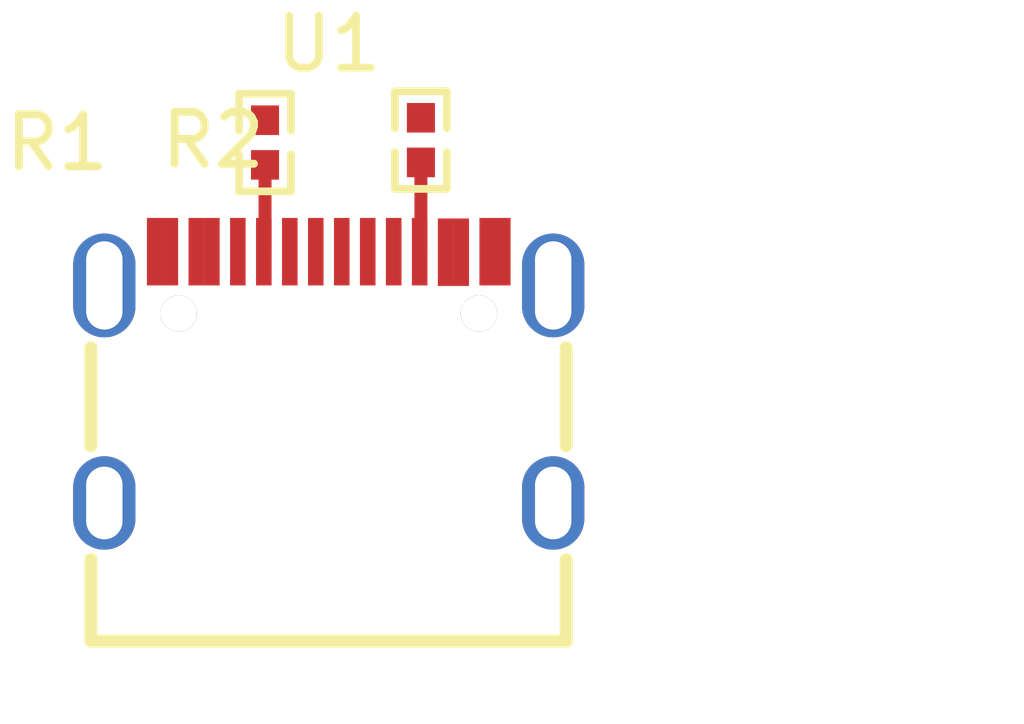
<source format=kicad_pcb>
(kicad_pcb (version 20241229) (generator "pcbnew") (generator_version "9.0")
  (layers (0 "F.Cu" signal) (2 "B.Cu" signal) (13 "F.Paste" user) (15 "B.Paste" user) (5 "F.SilkS" user "F.Silkscreen") (7 "B.SilkS" user "B.Silkscreen") (1 "F.Mask" user) (3 "B.Mask" user) (25 "Edge.Cuts" user))
  (net 0 "")
  (net 1 "B8")
  (net 2 "CC1")
  (net 3 "VBUS")
  (net 4 "gnd")
  (net 5 "DN1")
  (net 6 "A6")
  (net 7 "CC2")
  (net 8 "A8")
  (footprint "lib:USB-C-SMD_KH-TYPE-C-16P" (layer "F.Cu") (at 130.625 64.965 0)
    (property "Reference" "U1" (at 0 -6.42 0) (layer "F.SilkS") (hide no))
    (property "Value" "")
    (fp_line (start -4.58 -0.57) (end -4.58 1.32) (stroke (width 0.25)) (layer "F.SilkS"))
    (fp_line (start -4.58 3.51) (end -4.58 5.08) (stroke (width 0.25)) (layer "F.SilkS"))
    (fp_line (start -4.58 5.08) (end 4.57 5.08) (stroke (width 0.25)) (layer "F.SilkS"))
    (fp_line (start 4.57 1.32) (end 4.57 -0.57) (stroke (width 0.25)) (layer "F.SilkS"))
    (fp_line (start 4.57 5.08) (end 4.57 3.51) (stroke (width 0.25)) (layer "F.SilkS"))
    (pad "" thru_hole circle (at -2.89 -1.23 0) (size 0.7 0.7) (drill 0.7) (layers "*.Cu" "*.Mask"))
    (pad "" thru_hole circle (at 2.89 -1.23 0) (size 0.7 0.7) (drill 0.7) (layers "*.Cu" "*.Mask"))
    (pad "1" thru_hole oval (at -4.32 -1.77 0) (size 1.2 2) (drill oval 0.700024 1.699997) (layers "*.Cu" "*.Mask") (net 4 "gnd"))
    (pad "2" thru_hole oval (at 4.32 -1.77 0) (size 1.2 2) (drill oval 0.700024 1.699997) (layers "*.Cu" "*.Mask") (net 4 "gnd"))
    (pad "3" thru_hole oval (at -4.32 2.42 0) (size 1.2 1.8) (drill oval 0.700024 1.399997) (layers "*.Cu" "*.Mask") (net 4 "gnd"))
    (pad "4" thru_hole oval (at 4.32 2.42 0) (size 1.2 1.8) (drill oval 0.700024 1.399997) (layers "*.Cu" "*.Mask") (net 4 "gnd"))
    (pad "A1" smd rect (at -3.35 -2.42 0) (size 0.3 1.3) (layers "F.Cu" "F.Mask" "F.Paste") (net 4 "gnd"))
    (pad "A4" smd rect (at -2.55 -2.42 0) (size 0.3 1.3) (layers "F.Cu" "F.Mask" "F.Paste") (net 3 "VBUS"))
    (pad "A5" smd rect (at -1.25 -2.42 0) (size 0.3 1.3) (layers "F.Cu" "F.Mask" "F.Paste") (net 2 "CC1"))
    (pad "A6" smd rect (at -0.25 -2.42 0) (size 0.3 1.3) (layers "F.Cu" "F.Mask" "F.Paste") (net 6 "A6"))
    (pad "A7" smd rect (at 0.25 -2.42 0) (size 0.3 1.3) (layers "F.Cu" "F.Mask" "F.Paste") (net 5 "DN1"))
    (pad "A8" smd rect (at 1.25 -2.42 0) (size 0.3 1.3) (layers "F.Cu" "F.Mask" "F.Paste") (net 8 "A8"))
    (pad "A9" smd rect (at 2.55 -2.41 0) (size 0.3 1.3) (layers "F.Cu" "F.Mask" "F.Paste") (net 3 "VBUS"))
    (pad "A12" smd rect (at 3.35 -2.42 0) (size 0.3 1.3) (layers "F.Cu" "F.Mask" "F.Paste") (net 4 "gnd"))
    (pad "B1" smd rect (at 3.05 -2.42 0) (size 0.3 1.3) (layers "F.Cu" "F.Mask" "F.Paste") (net 4 "gnd"))
    (pad "B4" smd rect (at 2.25 -2.41 0) (size 0.3 1.3) (layers "F.Cu" "F.Mask" "F.Paste") (net 3 "VBUS"))
    (pad "B5" smd rect (at 1.75 -2.42 0) (size 0.3 1.3) (layers "F.Cu" "F.Mask" "F.Paste") (net 7 "CC2"))
    (pad "B6" smd rect (at 0.75 -2.42 0) (size 0.3 1.3) (layers "F.Cu" "F.Mask" "F.Paste") (net 6 "A6"))
    (pad "B7" smd rect (at -0.75 -2.42 0) (size 0.3 1.3) (layers "F.Cu" "F.Mask" "F.Paste") (net 5 "DN1"))
    (pad "B8" smd rect (at -1.75 -2.42 0) (size 0.3 1.3) (layers "F.Cu" "F.Mask" "F.Paste") (net 1 "B8"))
    (pad "B9" smd rect (at -2.25 -2.42 0) (size 0.3 1.3) (layers "F.Cu" "F.Mask" "F.Paste") (net 3 "VBUS"))
    (pad "B12" smd rect (at -3.05 -2.42 0) (size 0.3 1.3) (layers "F.Cu" "F.Mask" "F.Paste") (net 4 "gnd"))
  )
  (footprint "atopile:R0402-56259e" (layer "F.Cu") (at 129.397949 60.442503 90)
    (property "Reference" "R1" (at 0 -4 0) (layer "F.SilkS") (hide no))
    (property "Value" "4.7kΩ ±1% 62.5mW")
    (fp_line (start -0.23 0.5) (end -0.94 0.5) (stroke (width 0.15)) (layer "F.SilkS"))
    (fp_line (start -0.94 0.5) (end -0.94 -0.5) (stroke (width 0.15)) (layer "F.SilkS"))
    (fp_line (start -0.94 -0.5) (end -0.23 -0.5) (stroke (width 0.15)) (layer "F.SilkS"))
    (fp_line (start 0.23 0.5) (end 0.94 0.5) (stroke (width 0.15)) (layer "F.SilkS"))
    (fp_line (start 0.94 0.5) (end 0.94 -0.5) (stroke (width 0.15)) (layer "F.SilkS"))
    (fp_line (start 0.94 -0.5) (end 0.23 -0.5) (stroke (width 0.15)) (layer "F.SilkS"))
    (fp_text user "${REFERENCE}" (at 0 -4 0) (layer "F.SilkS"))
    (pad "2" smd rect (at 0.43 0 90) (size 0.57 0.54) (layers "F.Cu" "F.Paste" "F.Mask") (net 4 "gnd"))
    (pad "1" smd rect (at -0.43 0 90) (size 0.57 0.54) (layers "F.Cu" "F.Paste" "F.Mask") (net 2 "CC1"))
  )
  (footprint "atopile:R0402-56259e" (layer "F.Cu") (at 132.398595 60.39543 90)
    (property "Reference" "R2" (at 0 -4 0) (layer "F.SilkS") (hide no))
    (property "Value" "4.7kΩ ±1% 62.5mW")
    (fp_line (start -0.23 0.5) (end -0.94 0.5) (stroke (width 0.15)) (layer "F.SilkS"))
    (fp_line (start -0.94 0.5) (end -0.94 -0.5) (stroke (width 0.15)) (layer "F.SilkS"))
    (fp_line (start -0.94 -0.5) (end -0.23 -0.5) (stroke (width 0.15)) (layer "F.SilkS"))
    (fp_line (start 0.23 0.5) (end 0.94 0.5) (stroke (width 0.15)) (layer "F.SilkS"))
    (fp_line (start 0.94 0.5) (end 0.94 -0.5) (stroke (width 0.15)) (layer "F.SilkS"))
    (fp_line (start 0.94 -0.5) (end 0.23 -0.5) (stroke (width 0.15)) (layer "F.SilkS"))
    (fp_text user "${REFERENCE}" (at 0 -4 0) (layer "F.SilkS"))
    (pad "2" smd rect (at 0.43 0 90) (size 0.57 0.54) (layers "F.Cu" "F.Paste" "F.Mask") (net 4 "gnd"))
    (pad "1" smd rect (at -0.43 0 90) (size 0.57 0.54) (layers "F.Cu" "F.Paste" "F.Mask") (net 7 "CC2"))
  )
  (segment (start 129.397949 62.522051) (end 129.375 62.545) (width 0.25) (net 2) (layer "F.Cu"))
  (segment (start 129.397949 60.952503) (end 129.397949 62.522051) (width 0.25) (net 2) (layer "F.Cu"))
  (segment (start 132.398595 62.521405) (end 132.375 62.545) (width 0.25) (net 7) (layer "F.Cu"))
  (segment (start 132.398595 60.90543) (end 132.398595 62.521405) (width 0.25) (net 7) (layer "F.Cu"))
)
</source>
